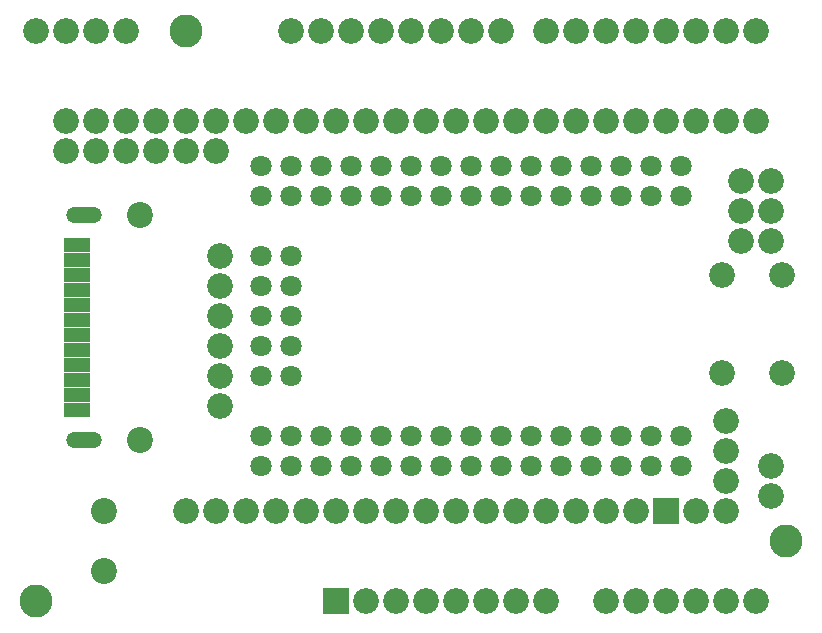
<source format=gbr>
G04 GERBER ASCII OUTPUT FROM: EDWINXP (VER. 1.61 REV. 20080915)*
G04 GERBER FORMAT: RX-274-X*
G04 BOARD: AMICUS_ETHERNET_SHIELD*
G04 ARTWORK OF SOLD.MASK POSITIVE*
%ASAXBY*%
%FSLAX23Y23*%
%MIA0B0*%
%MOIN*%
%OFA0.0000B0.0000*%
%SFA1B1*%
%IJA0B0*%
%INLAYER30POS*%
%IOA0B0*%
%IPPOS*%
%IR0*%
G04 APERTURE MACROS*
%AMEDWDONUT*
1,1,$1,$2,$3*
1,0,$4,$2,$3*
%
%AMEDWFRECT*
20,1,$1,$2,$3,$4,$5,$6*
%
%AMEDWORECT*
20,1,$1,$2,$3,$4,$5,$10*
20,1,$1,$4,$5,$6,$7,$10*
20,1,$1,$6,$7,$8,$9,$10*
20,1,$1,$8,$9,$2,$3,$10*
1,1,$1,$2,$3*
1,1,$1,$4,$5*
1,1,$1,$6,$7*
1,1,$1,$8,$9*
%
%AMEDWLINER*
20,1,$1,$2,$3,$4,$5,$6*
1,1,$1,$2,$3*
1,1,$1,$4,$5*
%
%AMEDWFTRNG*
4,1,3,$1,$2,$3,$4,$5,$6,$7,$8,$9*
%
%AMEDWATRNG*
4,1,3,$1,$2,$3,$4,$5,$6,$7,$8,$9*
20,1,$11,$1,$2,$3,$4,$10*
20,1,$11,$3,$4,$5,$6,$10*
20,1,$11,$5,$6,$7,$8,$10*
1,1,$11,$3,$4*
1,1,$11,$5,$6*
1,1,$11,$7,$8*
%
%AMEDWOTRNG*
20,1,$1,$2,$3,$4,$5,$8*
20,1,$1,$4,$5,$6,$7,$8*
20,1,$1,$6,$7,$2,$3,$8*
1,1,$1,$2,$3*
1,1,$1,$4,$5*
1,1,$1,$6,$7*
%
G04*
G04 APERTURE LIST*
%ADD10R,0.0700X0.0650*%
%ADD11R,0.0940X0.0890*%
%ADD12R,0.0600X0.0550*%
%ADD13R,0.0840X0.0790*%
%ADD14R,0.0650X0.0700*%
%ADD15R,0.0890X0.0940*%
%ADD16R,0.0550X0.0600*%
%ADD17R,0.0790X0.0840*%
%ADD18R,0.0860X0.0860*%
%ADD19R,0.1100X0.1100*%
%ADD20R,0.0700X0.0700*%
%ADD21R,0.0940X0.0940*%
%ADD22R,0.08661X0.04724*%
%ADD23R,0.11061X0.07124*%
%ADD24R,0.07874X0.03937*%
%ADD25R,0.10274X0.06337*%
%ADD26EDWLINER,0.05512X0.0315X0.0000X-0.0315X0.0000X0.0000*%
%ADD27EDWLINER,0.05512X-0.0315X0.0000X0.0315X0.0000X0.0000*%
%ADD28EDWLINER,0.04724X0.0315X0.0000X-0.0315X0.0000X0.0000*%
%ADD29EDWLINER,0.04724X-0.0315X0.0000X0.0315X0.0000X0.0000*%
%ADD30C,0.00039*%
%ADD32C,0.0010*%
%ADD34C,0.00118*%
%ADD36C,0.00197*%
%ADD38C,0.0020*%
%ADD39R,0.0020X0.0020*%
%ADD40C,0.0030*%
%ADD41R,0.0030X0.0030*%
%ADD42C,0.00394*%
%ADD44C,0.0040*%
%ADD45R,0.0040X0.0040*%
%ADD46C,0.0050*%
%ADD47R,0.0050X0.0050*%
%ADD48C,0.00512*%
%ADD49R,0.00512X0.00512*%
%ADD50C,0.00591*%
%ADD51R,0.00591X0.00591*%
%ADD52C,0.00659*%
%ADD53R,0.00659X0.00659*%
%ADD54C,0.00787*%
%ADD55R,0.00787X0.00787*%
%ADD56C,0.00799*%
%ADD58C,0.0080*%
%ADD60C,0.00886*%
%ADD61R,0.00886X0.00886*%
%ADD62C,0.00984*%
%ADD63R,0.00984X0.00984*%
%ADD64C,0.0100*%
%ADD65R,0.0100X0.0100*%
%ADD66C,0.01181*%
%ADD67R,0.01181X0.01181*%
%ADD68C,0.0120*%
%ADD70C,0.0126*%
%ADD71R,0.0126X0.0126*%
%ADD72C,0.0130*%
%ADD73R,0.0130X0.0130*%
%ADD74C,0.01378*%
%ADD75R,0.01378X0.01378*%
%ADD76C,0.0150*%
%ADD77R,0.0150X0.0150*%
%ADD78C,0.01575*%
%ADD80C,0.01654*%
%ADD81R,0.01654X0.01654*%
%ADD82C,0.01698*%
%ADD83R,0.01698X0.01698*%
%ADD84C,0.01797*%
%ADD85R,0.01797X0.01797*%
%ADD86C,0.01895*%
%ADD87R,0.01895X0.01895*%
%ADD88C,0.01969*%
%ADD89R,0.01969X0.01969*%
%ADD90C,0.01994*%
%ADD91R,0.01994X0.01994*%
%ADD92C,0.0200*%
%ADD94C,0.02092*%
%ADD95R,0.02092X0.02092*%
%ADD96C,0.02191*%
%ADD97R,0.02191X0.02191*%
%ADD98C,0.02289*%
%ADD99R,0.02289X0.02289*%
%ADD100C,0.02362*%
%ADD101R,0.02362X0.02362*%
%ADD102C,0.02387*%
%ADD103R,0.02387X0.02387*%
%ADD104C,0.0240*%
%ADD105R,0.0240X0.0240*%
%ADD106C,0.02439*%
%ADD107R,0.02439X0.02439*%
%ADD108C,0.02441*%
%ADD109R,0.02441X0.02441*%
%ADD110C,0.02486*%
%ADD111R,0.02486X0.02486*%
%ADD112C,0.0250*%
%ADD113R,0.0250X0.0250*%
%ADD114C,0.02597*%
%ADD116C,0.02683*%
%ADD117R,0.02683X0.02683*%
%ADD118C,0.02756*%
%ADD119R,0.02756X0.02756*%
%ADD120C,0.02781*%
%ADD121R,0.02781X0.02781*%
%ADD122C,0.02794*%
%ADD124C,0.0288*%
%ADD125R,0.0288X0.0288*%
%ADD126C,0.0290*%
%ADD128C,0.02912*%
%ADD129R,0.02912X0.02912*%
%ADD130C,0.03059*%
%ADD131R,0.03059X0.03059*%
%ADD132C,0.03076*%
%ADD133R,0.03076X0.03076*%
%ADD134C,0.0315*%
%ADD135R,0.0315X0.0315*%
%ADD136C,0.03175*%
%ADD137R,0.03175X0.03175*%
%ADD138C,0.03199*%
%ADD139R,0.03199X0.03199*%
%ADD140C,0.0320*%
%ADD141R,0.0320X0.0320*%
%ADD142C,0.03273*%
%ADD143R,0.03273X0.03273*%
%ADD144C,0.03372*%
%ADD145R,0.03372X0.03372*%
%ADD146C,0.03386*%
%ADD147R,0.03386X0.03386*%
%ADD148C,0.0347*%
%ADD149R,0.0347X0.0347*%
%ADD150C,0.0350*%
%ADD151R,0.0350X0.0350*%
%ADD152C,0.03536*%
%ADD153R,0.03536X0.03536*%
%ADD154C,0.03569*%
%ADD155R,0.03569X0.03569*%
%ADD156C,0.03581*%
%ADD157R,0.03581X0.03581*%
%ADD158C,0.0360*%
%ADD160C,0.03667*%
%ADD161R,0.03667X0.03667*%
%ADD162C,0.0370*%
%ADD163R,0.0370X0.0370*%
%ADD164C,0.03765*%
%ADD165R,0.03765X0.03765*%
%ADD166C,0.03778*%
%ADD167R,0.03778X0.03778*%
%ADD168C,0.03864*%
%ADD169R,0.03864X0.03864*%
%ADD170C,0.0390*%
%ADD171R,0.0390X0.0390*%
%ADD172C,0.03937*%
%ADD173R,0.03937X0.03937*%
%ADD174C,0.03975*%
%ADD176C,0.0400*%
%ADD177R,0.0400X0.0400*%
%ADD178C,0.04159*%
%ADD179R,0.04159X0.04159*%
%ADD180C,0.04173*%
%ADD181R,0.04173X0.04173*%
%ADD182C,0.04331*%
%ADD183R,0.04331X0.04331*%
%ADD184C,0.04356*%
%ADD185R,0.04356X0.04356*%
%ADD186C,0.04369*%
%ADD187R,0.04369X0.04369*%
%ADD188C,0.0440*%
%ADD190C,0.04454*%
%ADD191R,0.04454X0.04454*%
%ADD192C,0.0450*%
%ADD193R,0.0450X0.0450*%
%ADD194C,0.04553*%
%ADD195R,0.04553X0.04553*%
%ADD196C,0.04651*%
%ADD197R,0.04651X0.04651*%
%ADD198C,0.0470*%
%ADD199R,0.0470X0.0470*%
%ADD200C,0.04724*%
%ADD201R,0.04724X0.04724*%
%ADD202C,0.0475*%
%ADD203R,0.0475X0.0475*%
%ADD204C,0.04762*%
%ADD205R,0.04762X0.04762*%
%ADD206C,0.0480*%
%ADD207R,0.0480X0.0480*%
%ADD208C,0.0490*%
%ADD209R,0.0490X0.0490*%
%ADD210C,0.04921*%
%ADD211R,0.04921X0.04921*%
%ADD212C,0.04946*%
%ADD213R,0.04946X0.04946*%
%ADD214C,0.04961*%
%ADD215R,0.04961X0.04961*%
%ADD216C,0.0500*%
%ADD217R,0.0500X0.0500*%
%ADD218C,0.05045*%
%ADD219R,0.05045X0.05045*%
%ADD220C,0.05118*%
%ADD221R,0.05118X0.05118*%
%ADD222C,0.05143*%
%ADD223R,0.05143X0.05143*%
%ADD224C,0.05354*%
%ADD225R,0.05354X0.05354*%
%ADD226C,0.0550*%
%ADD227R,0.0550X0.0550*%
%ADD228C,0.05512*%
%ADD229R,0.05512X0.05512*%
%ADD230C,0.0555*%
%ADD231R,0.0555X0.0555*%
%ADD232C,0.0560*%
%ADD233R,0.0560X0.0560*%
%ADD234C,0.05635*%
%ADD235R,0.05635X0.05635*%
%ADD236C,0.0570*%
%ADD237R,0.0570X0.0570*%
%ADD238C,0.05734*%
%ADD239R,0.05734X0.05734*%
%ADD240C,0.05786*%
%ADD241R,0.05786X0.05786*%
%ADD242C,0.0580*%
%ADD243R,0.0580X0.0580*%
%ADD244C,0.0590*%
%ADD245R,0.0590X0.0590*%
%ADD246C,0.05906*%
%ADD247R,0.05906X0.05906*%
%ADD248C,0.05936*%
%ADD249R,0.05936X0.05936*%
%ADD250C,0.05945*%
%ADD251R,0.05945X0.05945*%
%ADD252C,0.0600*%
%ADD253R,0.0600X0.0600*%
%ADD254C,0.0620*%
%ADD256C,0.06201*%
%ADD258C,0.06299*%
%ADD259R,0.06299X0.06299*%
%ADD260C,0.06337*%
%ADD261R,0.06337X0.06337*%
%ADD262C,0.0640*%
%ADD263R,0.0640X0.0640*%
%ADD264C,0.06496*%
%ADD265R,0.06496X0.06496*%
%ADD266C,0.0650*%
%ADD267R,0.0650X0.0650*%
%ADD268C,0.06521*%
%ADD269R,0.06521X0.06521*%
%ADD270C,0.0662*%
%ADD271R,0.0662X0.0662*%
%ADD272C,0.06693*%
%ADD273R,0.06693X0.06693*%
%ADD274C,0.06731*%
%ADD275R,0.06731X0.06731*%
%ADD276C,0.0690*%
%ADD277R,0.0690X0.0690*%
%ADD278C,0.06906*%
%ADD279R,0.06906X0.06906*%
%ADD280C,0.0700*%
%ADD281R,0.0700X0.0700*%
%ADD282C,0.07008*%
%ADD283R,0.07008X0.07008*%
%ADD284C,0.07087*%
%ADD285R,0.07087X0.07087*%
%ADD286C,0.0710*%
%ADD287R,0.0710X0.0710*%
%ADD288C,0.07124*%
%ADD289R,0.07124X0.07124*%
%ADD290C,0.0720*%
%ADD291R,0.0720X0.0720*%
%ADD292C,0.07299*%
%ADD293R,0.07299X0.07299*%
%ADD294C,0.0740*%
%ADD295R,0.0740X0.0740*%
%ADD296C,0.0748*%
%ADD297R,0.0748X0.0748*%
%ADD298C,0.0750*%
%ADD299R,0.0750X0.0750*%
%ADD300C,0.07518*%
%ADD301R,0.07518X0.07518*%
%ADD302C,0.07598*%
%ADD304C,0.0760*%
%ADD305R,0.0760X0.0760*%
%ADD306C,0.07754*%
%ADD307R,0.07754X0.07754*%
%ADD308C,0.07795*%
%ADD309R,0.07795X0.07795*%
%ADD310C,0.07874*%
%ADD311R,0.07874X0.07874*%
%ADD312C,0.0790*%
%ADD313R,0.0790X0.0790*%
%ADD314C,0.07912*%
%ADD315R,0.07912X0.07912*%
%ADD316C,0.0800*%
%ADD317R,0.0800X0.0800*%
%ADD318C,0.0810*%
%ADD319R,0.0810X0.0810*%
%ADD320C,0.0820*%
%ADD321R,0.0820X0.0820*%
%ADD322C,0.08268*%
%ADD323R,0.08268X0.08268*%
%ADD324C,0.08306*%
%ADD325R,0.08306X0.08306*%
%ADD326C,0.08345*%
%ADD327R,0.08345X0.08345*%
%ADD328C,0.0840*%
%ADD329R,0.0840X0.0840*%
%ADD330C,0.08598*%
%ADD332C,0.0860*%
%ADD333R,0.0860X0.0860*%
%ADD334C,0.08601*%
%ADD336C,0.08661*%
%ADD337R,0.08661X0.08661*%
%ADD338C,0.08699*%
%ADD339R,0.08699X0.08699*%
%ADD340C,0.0870*%
%ADD341R,0.0870X0.0870*%
%ADD342C,0.08896*%
%ADD343R,0.08896X0.08896*%
%ADD344C,0.0890*%
%ADD345R,0.0890X0.0890*%
%ADD346C,0.0900*%
%ADD347R,0.0900X0.0900*%
%ADD348C,0.09093*%
%ADD349R,0.09093X0.09093*%
%ADD350C,0.0940*%
%ADD351R,0.0940X0.0940*%
%ADD352C,0.09449*%
%ADD354C,0.09487*%
%ADD356C,0.09528*%
%ADD357R,0.09528X0.09528*%
%ADD358C,0.0970*%
%ADD359R,0.0970X0.0970*%
%ADD360C,0.09843*%
%ADD361R,0.09843X0.09843*%
%ADD362C,0.0988*%
%ADD363R,0.0988X0.0988*%
%ADD364C,0.0990*%
%ADD365R,0.0990X0.0990*%
%ADD366C,0.09998*%
%ADD368C,0.1000*%
%ADD369R,0.1000X0.1000*%
%ADD370C,0.10236*%
%ADD371R,0.10236X0.10236*%
%ADD372C,0.10274*%
%ADD373R,0.10274X0.10274*%
%ADD374C,0.10315*%
%ADD375R,0.10315X0.10315*%
%ADD376C,0.1040*%
%ADD377R,0.1040X0.1040*%
%ADD378C,0.1063*%
%ADD379R,0.1063X0.1063*%
%ADD380C,0.10668*%
%ADD381R,0.10668X0.10668*%
%ADD382C,0.10998*%
%ADD384C,0.1100*%
%ADD385R,0.1100X0.1100*%
%ADD386C,0.11024*%
%ADD387R,0.11024X0.11024*%
%ADD388C,0.11061*%
%ADD389R,0.11061X0.11061*%
%ADD390C,0.1110*%
%ADD391R,0.1110X0.1110*%
%ADD392C,0.1120*%
%ADD393R,0.1120X0.1120*%
%ADD394C,0.1140*%
%ADD395R,0.1140X0.1140*%
%ADD396C,0.1150*%
%ADD397R,0.1150X0.1150*%
%ADD398C,0.11811*%
%ADD399R,0.11811X0.11811*%
%ADD400C,0.1200*%
%ADD401R,0.1200X0.1200*%
%ADD402C,0.1210*%
%ADD403R,0.1210X0.1210*%
%ADD404C,0.12243*%
%ADD405R,0.12243X0.12243*%
%ADD406C,0.1240*%
%ADD407R,0.1240X0.1240*%
%ADD408C,0.1250*%
%ADD409R,0.1250X0.1250*%
%ADD410C,0.12598*%
%ADD411R,0.12598X0.12598*%
%ADD412C,0.12636*%
%ADD413R,0.12636X0.12636*%
%ADD414C,0.12992*%
%ADD415R,0.12992X0.12992*%
%ADD416C,0.1300*%
%ADD417R,0.1300X0.1300*%
%ADD418C,0.1340*%
%ADD419R,0.1340X0.1340*%
%ADD420C,0.1350*%
%ADD421R,0.1350X0.1350*%
%ADD422C,0.1378*%
%ADD423R,0.1378X0.1378*%
%ADD424C,0.13787*%
%ADD425R,0.13787X0.13787*%
%ADD426C,0.1390*%
%ADD427R,0.1390X0.1390*%
%ADD428C,0.1420*%
%ADD429R,0.1420X0.1420*%
%ADD430C,0.1440*%
%ADD431R,0.1440X0.1440*%
%ADD432C,0.14567*%
%ADD433R,0.14567X0.14567*%
%ADD434C,0.1490*%
%ADD435R,0.1490X0.1490*%
%ADD436C,0.14961*%
%ADD437R,0.14961X0.14961*%
%ADD438C,0.15118*%
%ADD439R,0.15118X0.15118*%
%ADD440C,0.1520*%
%ADD441R,0.1520X0.1520*%
%ADD442C,0.15354*%
%ADD443R,0.15354X0.15354*%
%ADD444C,0.15374*%
%ADD445R,0.15374X0.15374*%
%ADD446C,0.1540*%
%ADD447R,0.1540X0.1540*%
%ADD448C,0.1560*%
%ADD449R,0.1560X0.1560*%
%ADD450C,0.15748*%
%ADD451R,0.15748X0.15748*%
%ADD452C,0.1590*%
%ADD453R,0.1590X0.1590*%
%ADD454C,0.1618*%
%ADD455R,0.1618X0.1618*%
%ADD456C,0.16187*%
%ADD457R,0.16187X0.16187*%
%ADD458C,0.16535*%
%ADD459R,0.16535X0.16535*%
%ADD460C,0.1660*%
%ADD461R,0.1660X0.1660*%
%ADD462C,0.1700*%
%ADD463R,0.1700X0.1700*%
%ADD464C,0.17323*%
%ADD466C,0.1760*%
%ADD467R,0.1760X0.1760*%
%ADD468C,0.17774*%
%ADD469R,0.17774X0.17774*%
%ADD470C,0.1800*%
%ADD471R,0.1800X0.1800*%
%ADD472C,0.18148*%
%ADD473R,0.18148X0.18148*%
%ADD474C,0.18504*%
%ADD476C,0.18898*%
%ADD478C,0.18935*%
%ADD479R,0.18935X0.18935*%
%ADD480C,0.1940*%
%ADD481R,0.1940X0.1940*%
%ADD482C,0.19685*%
%ADD483R,0.19685X0.19685*%
%ADD484C,0.20472*%
%ADD485R,0.20472X0.20472*%
%ADD486C,0.20904*%
%ADD488C,0.2126*%
%ADD490C,0.21298*%
%ADD492C,0.22085*%
%ADD493R,0.22085X0.22085*%
%ADD494C,0.22835*%
%ADD497R,0.22872X0.22872*%
%ADD499R,0.23622X0.23622*%
%ADD501R,0.24409X0.24409*%
%ADD503R,0.24937X0.24937*%
%ADD505R,0.26022X0.26022*%
%ADD507R,0.26142X0.26142*%
%ADD509R,0.26929X0.26929*%
%ADD511R,0.27337X0.27337*%
%ADD513R,0.31496X0.31496*%
%ADD515R,0.32811X0.32811*%
%ADD517R,0.33896X0.33896*%
%ADD519R,0.35211X0.35211*%
%ADD521R,0.35433X0.35433*%
%ADD523R,0.3622X0.3622*%
%ADD525R,0.37833X0.37833*%
%ADD527R,0.3862X0.3862*%
%ADD529R,0.4100X0.4100*%
%ADD531R,0.4200X0.4200*%
%ADD533R,0.4340X0.4340*%
%ADD535R,0.4440X0.4440*%
%ADD536C,0.5440*%
%ADD537R,0.5440X0.5440*%
%ADD538C,0.6440*%
%ADD539R,0.6440X0.6440*%
%ADD540C,0.7440*%
%ADD541R,0.7440X0.7440*%
%ADD542C,0.8440*%
%ADD543R,0.8440X0.8440*%
%ADD544C,0.9440*%
%ADD545R,0.9440X0.9440*%
%ADD546C,1.0440*%
%ADD547R,1.0440X1.0440*%
%ADD548C,1.1440*%
%ADD549R,1.1440X1.1440*%
%ADD550C,1.2440*%
%ADD551R,1.2440X1.2440*%
%ADD552C,1.3440*%
%ADD553R,1.3440X1.3440*%
%ADD554C,1.4440*%
%ADD555R,1.4440X1.4440*%
%ADD556C,1.5440*%
%ADD557R,1.5440X1.5440*%
%ADD558C,1.6440*%
%ADD559R,1.6440X1.6440*%
%ADD560C,1.7440*%
%ADD561R,1.7440X1.7440*%
%ADD562C,1.8440*%
%ADD563R,1.8440X1.8440*%
%ADD564C,1.9440*%
%ADD565R,1.9440X1.9440*%
G04*
D284*
X2250Y1550D02*D03*
X2250Y1450D02*D03*
X2150Y1550D02*D03*
X2150Y1450D02*D03*
X2050Y1550D02*D03*
X2050Y1450D02*D03*
X1950Y1550D02*D03*
X1950Y1450D02*D03*
X1850Y1550D02*D03*
X1850Y1450D02*D03*
X1750Y1550D02*D03*
X1750Y1450D02*D03*
X1650Y1550D02*D03*
X1650Y1450D02*D03*
X1550Y1550D02*D03*
X1550Y1450D02*D03*
X1450Y1550D02*D03*
X1450Y1450D02*D03*
X1350Y1550D02*D03*
X1350Y1450D02*D03*
X1250Y1550D02*D03*
X1250Y1450D02*D03*
X1150Y1550D02*D03*
X1150Y1450D02*D03*
X1050Y1550D02*D03*
X1050Y1450D02*D03*
X950Y1550D02*D03*
X950Y1450D02*D03*
X850Y1550D02*D03*
X850Y1450D02*D03*
X850Y650D02*D03*
X850Y550D02*D03*
X950Y650D02*D03*
X950Y550D02*D03*
X1050Y650D02*D03*
X1050Y550D02*D03*
X1150Y650D02*D03*
X1150Y550D02*D03*
X1250Y650D02*D03*
X1250Y550D02*D03*
X1350Y650D02*D03*
X1350Y550D02*D03*
X1450Y650D02*D03*
X1450Y550D02*D03*
X1550Y650D02*D03*
X1550Y550D02*D03*
X1650Y650D02*D03*
X1650Y550D02*D03*
X1750Y650D02*D03*
X1750Y550D02*D03*
X1850Y650D02*D03*
X1850Y550D02*D03*
X1950Y650D02*D03*
X1950Y550D02*D03*
X2050Y650D02*D03*
X2050Y550D02*D03*
X2150Y650D02*D03*
X2150Y550D02*D03*
X2250Y650D02*D03*
X2250Y550D02*D03*
X850Y1250D02*D03*
X950Y1250D02*D03*
X850Y1150D02*D03*
X950Y1150D02*D03*
X850Y1050D02*D03*
X950Y1050D02*D03*
X850Y950D02*D03*
X950Y950D02*D03*
X850Y850D02*D03*
X950Y850D02*D03*
D332*
X2550Y1300D02*D03*
X2550Y1400D02*D03*
X2550Y1500D02*D03*
X2500Y1700D02*D03*
X2400Y1700D02*D03*
X2300Y1700D02*D03*
X2200Y1700D02*D03*
X2100Y1700D02*D03*
X2000Y1700D02*D03*
X1900Y1700D02*D03*
X1800Y1700D02*D03*
X1300Y400D02*D03*
X1200Y400D02*D03*
X1100Y400D02*D03*
X1000Y400D02*D03*
X900Y400D02*D03*
X800Y400D02*D03*
X700Y400D02*D03*
X600Y400D02*D03*
X900Y1700D02*D03*
X800Y1700D02*D03*
X700Y1700D02*D03*
X600Y1700D02*D03*
X500Y1700D02*D03*
X400Y1700D02*D03*
X300Y1700D02*D03*
X200Y1700D02*D03*
X1700Y1700D02*D03*
X1600Y1700D02*D03*
X1500Y1700D02*D03*
X1400Y1700D02*D03*
X1300Y1700D02*D03*
X1200Y1700D02*D03*
X1100Y1700D02*D03*
X1000Y1700D02*D03*
X2000Y100D02*D03*
X2100Y100D02*D03*
X2200Y100D02*D03*
X2300Y100D02*D03*
X2400Y100D02*D03*
X2500Y100D02*D03*
X950Y2000D02*D03*
X1050Y2000D02*D03*
X1150Y2000D02*D03*
X1250Y2000D02*D03*
X1350Y2000D02*D03*
X1450Y2000D02*D03*
X1550Y2000D02*D03*
X1650Y2000D02*D03*
X1300Y100D02*D03*
X1400Y100D02*D03*
X1500Y100D02*D03*
X1600Y100D02*D03*
X1700Y100D02*D03*
X1800Y100D02*D03*
X1800Y2000D02*D03*
X1900Y2000D02*D03*
X2000Y2000D02*D03*
X2100Y2000D02*D03*
X2200Y2000D02*D03*
X2300Y2000D02*D03*
X2400Y2000D02*D03*
X2500Y2000D02*D03*
X2100Y400D02*D03*
X2000Y400D02*D03*
X1900Y400D02*D03*
X1800Y400D02*D03*
X1700Y400D02*D03*
X1600Y400D02*D03*
X1500Y400D02*D03*
X1400Y400D02*D03*
D18* 
X2200Y400D02*D03*
D332*
X2300Y400D02*D03*
X2550Y550D02*D03*
X2550Y450D02*D03*
X713Y750D02*D03*
X713Y850D02*D03*
X713Y950D02*D03*
X713Y1050D02*D03*
X713Y1150D02*D03*
X713Y1250D02*D03*
D336*
X325Y400D02*D03*
X325Y200D02*D03*
D332*
X2400Y700D02*D03*
X2400Y600D02*D03*
X2400Y500D02*D03*
X2400Y400D02*D03*
D22* 
X238Y1288D02*D03*
X238Y1238D02*D03*
X238Y1188D02*D03*
X238Y1138D02*D03*
X238Y1088D02*D03*
X238Y1038D02*D03*
X238Y988D02*D03*
X238Y938D02*D03*
X238Y888D02*D03*
X238Y838D02*D03*
X238Y788D02*D03*
X238Y738D02*D03*
D336*
X446Y1388D02*D03*
X446Y638D02*D03*
D26* 
X261Y1388D02*D03*
X261Y638D02*D03*
D332*
X200Y1600D02*D03*
X300Y1600D02*D03*
X400Y1600D02*D03*
X500Y1600D02*D03*
X600Y1600D02*D03*
X700Y1600D02*D03*
X2450Y1300D02*D03*
X2450Y1400D02*D03*
X2450Y1500D02*D03*
D330*
X2388Y863D02*D03*
X2588Y863D02*D03*
X2588Y1188D02*D03*
X2388Y1188D02*D03*
D332*
X100Y2000D02*D03*
X200Y2000D02*D03*
X300Y2000D02*D03*
X400Y2000D02*D03*
D384*
X600Y2000D02*D03*
X100Y100D02*D03*
D18* 
X1100Y100D02*D03*
D332*
X1200Y100D02*D03*
D384*
X2600Y300D02*D03*
M02*

</source>
